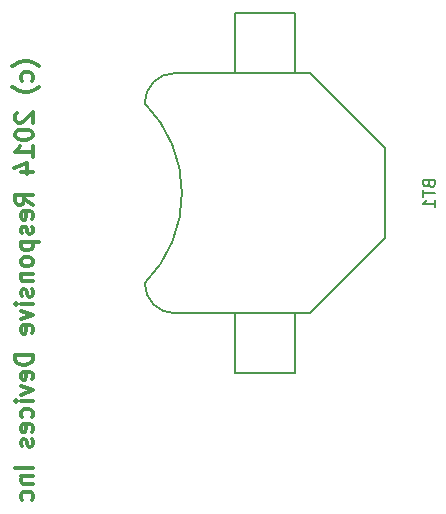
<source format=gbo>
G04 #@! TF.FileFunction,Legend,Bot*
%FSLAX46Y46*%
G04 Gerber Fmt 4.6, Leading zero omitted, Abs format (unit mm)*
G04 Created by KiCad (PCBNEW (2014-12-28 BZR 5260)-product) date Monday, January 05, 2015 'AMt' 10:18:13 AM*
%MOMM*%
G01*
G04 APERTURE LIST*
%ADD10C,0.152400*%
%ADD11C,0.300000*%
%ADD12C,0.150000*%
G04 APERTURE END LIST*
D10*
D11*
X134600000Y-101018858D02*
X134528571Y-100947430D01*
X134314286Y-100804573D01*
X134171429Y-100733144D01*
X133957143Y-100661715D01*
X133600000Y-100590287D01*
X133314286Y-100590287D01*
X132957143Y-100661715D01*
X132742857Y-100733144D01*
X132600000Y-100804573D01*
X132385714Y-100947430D01*
X132314286Y-101018858D01*
X133957143Y-102233144D02*
X134028571Y-102090287D01*
X134028571Y-101804573D01*
X133957143Y-101661715D01*
X133885714Y-101590287D01*
X133742857Y-101518858D01*
X133314286Y-101518858D01*
X133171429Y-101590287D01*
X133100000Y-101661715D01*
X133028571Y-101804573D01*
X133028571Y-102090287D01*
X133100000Y-102233144D01*
X134600000Y-102733144D02*
X134528571Y-102804572D01*
X134314286Y-102947429D01*
X134171429Y-103018858D01*
X133957143Y-103090287D01*
X133600000Y-103161715D01*
X133314286Y-103161715D01*
X132957143Y-103090287D01*
X132742857Y-103018858D01*
X132600000Y-102947429D01*
X132385714Y-102804572D01*
X132314286Y-102733144D01*
X132671429Y-104947429D02*
X132600000Y-105018858D01*
X132528571Y-105161715D01*
X132528571Y-105518858D01*
X132600000Y-105661715D01*
X132671429Y-105733144D01*
X132814286Y-105804572D01*
X132957143Y-105804572D01*
X133171429Y-105733144D01*
X134028571Y-104876001D01*
X134028571Y-105804572D01*
X132528571Y-106733143D02*
X132528571Y-106876000D01*
X132600000Y-107018857D01*
X132671429Y-107090286D01*
X132814286Y-107161715D01*
X133100000Y-107233143D01*
X133457143Y-107233143D01*
X133742857Y-107161715D01*
X133885714Y-107090286D01*
X133957143Y-107018857D01*
X134028571Y-106876000D01*
X134028571Y-106733143D01*
X133957143Y-106590286D01*
X133885714Y-106518857D01*
X133742857Y-106447429D01*
X133457143Y-106376000D01*
X133100000Y-106376000D01*
X132814286Y-106447429D01*
X132671429Y-106518857D01*
X132600000Y-106590286D01*
X132528571Y-106733143D01*
X134028571Y-108661714D02*
X134028571Y-107804571D01*
X134028571Y-108233143D02*
X132528571Y-108233143D01*
X132742857Y-108090286D01*
X132885714Y-107947428D01*
X132957143Y-107804571D01*
X133028571Y-109947428D02*
X134028571Y-109947428D01*
X132457143Y-109590285D02*
X133528571Y-109233142D01*
X133528571Y-110161714D01*
X134028571Y-112733142D02*
X133314286Y-112233142D01*
X134028571Y-111875999D02*
X132528571Y-111875999D01*
X132528571Y-112447427D01*
X132600000Y-112590285D01*
X132671429Y-112661713D01*
X132814286Y-112733142D01*
X133028571Y-112733142D01*
X133171429Y-112661713D01*
X133242857Y-112590285D01*
X133314286Y-112447427D01*
X133314286Y-111875999D01*
X133957143Y-113947427D02*
X134028571Y-113804570D01*
X134028571Y-113518856D01*
X133957143Y-113375999D01*
X133814286Y-113304570D01*
X133242857Y-113304570D01*
X133100000Y-113375999D01*
X133028571Y-113518856D01*
X133028571Y-113804570D01*
X133100000Y-113947427D01*
X133242857Y-114018856D01*
X133385714Y-114018856D01*
X133528571Y-113304570D01*
X133957143Y-114590284D02*
X134028571Y-114733141D01*
X134028571Y-115018856D01*
X133957143Y-115161713D01*
X133814286Y-115233141D01*
X133742857Y-115233141D01*
X133600000Y-115161713D01*
X133528571Y-115018856D01*
X133528571Y-114804570D01*
X133457143Y-114661713D01*
X133314286Y-114590284D01*
X133242857Y-114590284D01*
X133100000Y-114661713D01*
X133028571Y-114804570D01*
X133028571Y-115018856D01*
X133100000Y-115161713D01*
X133028571Y-115875999D02*
X134528571Y-115875999D01*
X133100000Y-115875999D02*
X133028571Y-116018856D01*
X133028571Y-116304570D01*
X133100000Y-116447427D01*
X133171429Y-116518856D01*
X133314286Y-116590285D01*
X133742857Y-116590285D01*
X133885714Y-116518856D01*
X133957143Y-116447427D01*
X134028571Y-116304570D01*
X134028571Y-116018856D01*
X133957143Y-115875999D01*
X134028571Y-117447428D02*
X133957143Y-117304570D01*
X133885714Y-117233142D01*
X133742857Y-117161713D01*
X133314286Y-117161713D01*
X133171429Y-117233142D01*
X133100000Y-117304570D01*
X133028571Y-117447428D01*
X133028571Y-117661713D01*
X133100000Y-117804570D01*
X133171429Y-117875999D01*
X133314286Y-117947428D01*
X133742857Y-117947428D01*
X133885714Y-117875999D01*
X133957143Y-117804570D01*
X134028571Y-117661713D01*
X134028571Y-117447428D01*
X133028571Y-118590285D02*
X134028571Y-118590285D01*
X133171429Y-118590285D02*
X133100000Y-118661713D01*
X133028571Y-118804571D01*
X133028571Y-119018856D01*
X133100000Y-119161713D01*
X133242857Y-119233142D01*
X134028571Y-119233142D01*
X133957143Y-119875999D02*
X134028571Y-120018856D01*
X134028571Y-120304571D01*
X133957143Y-120447428D01*
X133814286Y-120518856D01*
X133742857Y-120518856D01*
X133600000Y-120447428D01*
X133528571Y-120304571D01*
X133528571Y-120090285D01*
X133457143Y-119947428D01*
X133314286Y-119875999D01*
X133242857Y-119875999D01*
X133100000Y-119947428D01*
X133028571Y-120090285D01*
X133028571Y-120304571D01*
X133100000Y-120447428D01*
X134028571Y-121161714D02*
X133028571Y-121161714D01*
X132528571Y-121161714D02*
X132600000Y-121090285D01*
X132671429Y-121161714D01*
X132600000Y-121233142D01*
X132528571Y-121161714D01*
X132671429Y-121161714D01*
X133028571Y-121733143D02*
X134028571Y-122090286D01*
X133028571Y-122447428D01*
X133957143Y-123590285D02*
X134028571Y-123447428D01*
X134028571Y-123161714D01*
X133957143Y-123018857D01*
X133814286Y-122947428D01*
X133242857Y-122947428D01*
X133100000Y-123018857D01*
X133028571Y-123161714D01*
X133028571Y-123447428D01*
X133100000Y-123590285D01*
X133242857Y-123661714D01*
X133385714Y-123661714D01*
X133528571Y-122947428D01*
X134028571Y-125447428D02*
X132528571Y-125447428D01*
X132528571Y-125804571D01*
X132600000Y-126018856D01*
X132742857Y-126161714D01*
X132885714Y-126233142D01*
X133171429Y-126304571D01*
X133385714Y-126304571D01*
X133671429Y-126233142D01*
X133814286Y-126161714D01*
X133957143Y-126018856D01*
X134028571Y-125804571D01*
X134028571Y-125447428D01*
X133957143Y-127518856D02*
X134028571Y-127375999D01*
X134028571Y-127090285D01*
X133957143Y-126947428D01*
X133814286Y-126875999D01*
X133242857Y-126875999D01*
X133100000Y-126947428D01*
X133028571Y-127090285D01*
X133028571Y-127375999D01*
X133100000Y-127518856D01*
X133242857Y-127590285D01*
X133385714Y-127590285D01*
X133528571Y-126875999D01*
X133028571Y-128090285D02*
X134028571Y-128447428D01*
X133028571Y-128804570D01*
X134028571Y-129375999D02*
X133028571Y-129375999D01*
X132528571Y-129375999D02*
X132600000Y-129304570D01*
X132671429Y-129375999D01*
X132600000Y-129447427D01*
X132528571Y-129375999D01*
X132671429Y-129375999D01*
X133957143Y-130733142D02*
X134028571Y-130590285D01*
X134028571Y-130304571D01*
X133957143Y-130161713D01*
X133885714Y-130090285D01*
X133742857Y-130018856D01*
X133314286Y-130018856D01*
X133171429Y-130090285D01*
X133100000Y-130161713D01*
X133028571Y-130304571D01*
X133028571Y-130590285D01*
X133100000Y-130733142D01*
X133957143Y-131947427D02*
X134028571Y-131804570D01*
X134028571Y-131518856D01*
X133957143Y-131375999D01*
X133814286Y-131304570D01*
X133242857Y-131304570D01*
X133100000Y-131375999D01*
X133028571Y-131518856D01*
X133028571Y-131804570D01*
X133100000Y-131947427D01*
X133242857Y-132018856D01*
X133385714Y-132018856D01*
X133528571Y-131304570D01*
X133957143Y-132590284D02*
X134028571Y-132733141D01*
X134028571Y-133018856D01*
X133957143Y-133161713D01*
X133814286Y-133233141D01*
X133742857Y-133233141D01*
X133600000Y-133161713D01*
X133528571Y-133018856D01*
X133528571Y-132804570D01*
X133457143Y-132661713D01*
X133314286Y-132590284D01*
X133242857Y-132590284D01*
X133100000Y-132661713D01*
X133028571Y-132804570D01*
X133028571Y-133018856D01*
X133100000Y-133161713D01*
X134028571Y-135018856D02*
X132528571Y-135018856D01*
X133028571Y-135733142D02*
X134028571Y-135733142D01*
X133171429Y-135733142D02*
X133100000Y-135804570D01*
X133028571Y-135947428D01*
X133028571Y-136161713D01*
X133100000Y-136304570D01*
X133242857Y-136375999D01*
X134028571Y-136375999D01*
X133957143Y-137733142D02*
X134028571Y-137590285D01*
X134028571Y-137304571D01*
X133957143Y-137161713D01*
X133885714Y-137090285D01*
X133742857Y-137018856D01*
X133314286Y-137018856D01*
X133171429Y-137090285D01*
X133100000Y-137161713D01*
X133028571Y-137304571D01*
X133028571Y-137590285D01*
X133100000Y-137733142D01*
D12*
X143510000Y-104140000D02*
G75*
G02X143510000Y-119380000I-7620000J-7620000D01*
G01*
X143510000Y-104140000D02*
G75*
G02X146050000Y-101600000I2540000J0D01*
G01*
X146050000Y-121920000D02*
G75*
G02X143510000Y-119380000I0J2540000D01*
G01*
X151130000Y-121920000D02*
X146050000Y-121920000D01*
X151130000Y-101600000D02*
X146050000Y-101600000D01*
X163830000Y-111760000D02*
X163830000Y-115570000D01*
X163830000Y-115570000D02*
X157480000Y-121920000D01*
X157480000Y-121920000D02*
X151130000Y-121920000D01*
X151130000Y-121920000D02*
X151130000Y-127000000D01*
X151130000Y-127000000D02*
X156210000Y-127000000D01*
X156210000Y-127000000D02*
X156210000Y-121920000D01*
X156210000Y-101600000D02*
X156210000Y-100330000D01*
X163830000Y-111760000D02*
X163830000Y-107950000D01*
X163830000Y-107950000D02*
X157480000Y-101600000D01*
X157480000Y-101600000D02*
X156210000Y-101600000D01*
X151130000Y-96520000D02*
X156210000Y-96520000D01*
X156210000Y-96520000D02*
X156210000Y-100330000D01*
X156210000Y-101600000D02*
X151130000Y-101600000D01*
X151130000Y-101600000D02*
X151130000Y-96520000D01*
X167568571Y-110974286D02*
X167616190Y-111117143D01*
X167663810Y-111164762D01*
X167759048Y-111212381D01*
X167901905Y-111212381D01*
X167997143Y-111164762D01*
X168044762Y-111117143D01*
X168092381Y-111021905D01*
X168092381Y-110640952D01*
X167092381Y-110640952D01*
X167092381Y-110974286D01*
X167140000Y-111069524D01*
X167187619Y-111117143D01*
X167282857Y-111164762D01*
X167378095Y-111164762D01*
X167473333Y-111117143D01*
X167520952Y-111069524D01*
X167568571Y-110974286D01*
X167568571Y-110640952D01*
X167092381Y-111498095D02*
X167092381Y-112069524D01*
X168092381Y-111783809D02*
X167092381Y-111783809D01*
X168092381Y-112926667D02*
X168092381Y-112355238D01*
X168092381Y-112640952D02*
X167092381Y-112640952D01*
X167235238Y-112545714D01*
X167330476Y-112450476D01*
X167378095Y-112355238D01*
M02*

</source>
